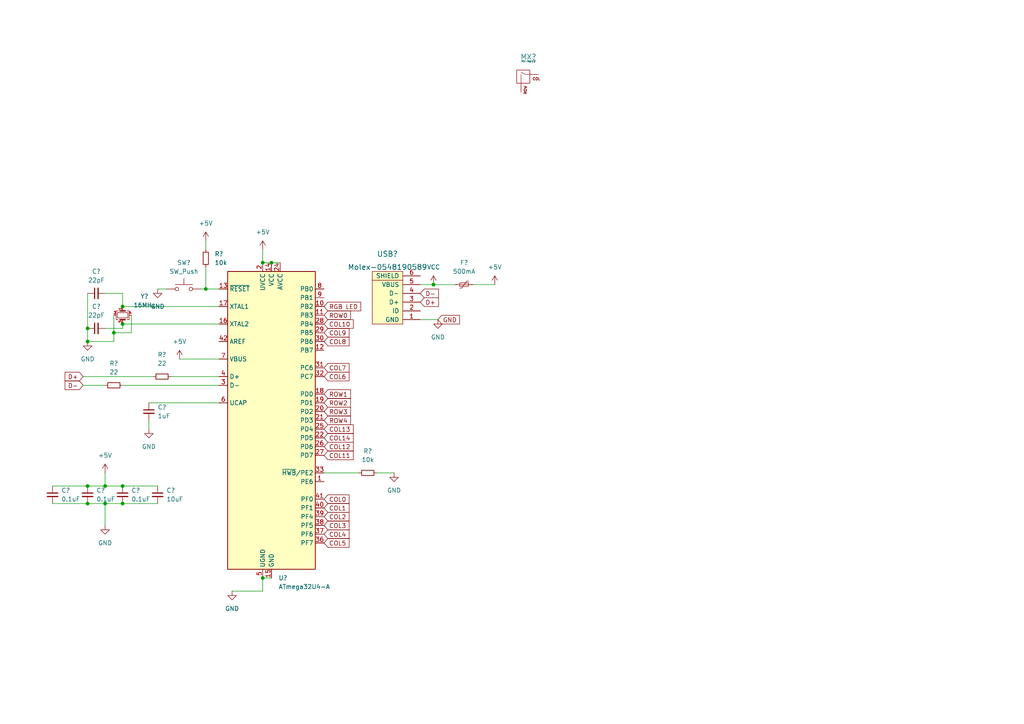
<source format=kicad_sch>
(kicad_sch (version 20211123) (generator eeschema)
  (paper "A4")
  (lib_symbols
    (symbol "Device:C_Small" (pin_numbers hide) (pin_names (offset 0.254) hide)
      (property "Reference" "C" (at 0.254 1.778 0))
      (property "Value" "C_Small" (at 0.254 -2.032 0))
      (symbol "C_Small_0_1"
        (polyline (pts (xy -1.524 -0.508) (xy 1.524 -0.508)) (stroke (width 0.3302)))
        (polyline (pts (xy -1.524 0.508) (xy 1.524 0.508)) (stroke (width 0.3048)))
      )
      (symbol "C_Small_1_1"
        (pin passive line (at 0 2.54 270) (length 2.032) (name "~") (number "1"))
        (pin passive line (at 0 -2.54 90) (length 2.032) (name "~") (number "2"))
      )
    )
    (symbol "Device:Crystal_GND24_Small" (pin_names (offset 1.016) hide)
      (property "Reference" "Y" (at 1.27 4.445 0))
      (property "Value" "Crystal_GND24_Small" (at 1.27 2.54 0))
      (symbol "Crystal_GND24_Small_0_1"
        (rectangle (start -0.762 -1.524) (end 0.762 1.524))
        (polyline (pts (xy -1.27 -0.762) (xy -1.27 0.762)) (stroke (width 0.381)))
        (polyline (pts (xy 1.27 -0.762) (xy 1.27 0.762)) (stroke (width 0.381)))
        (polyline (pts (xy -1.27 -1.27) (xy -1.27 -1.905) (xy 1.27 -1.905) (xy 1.27 -1.27)))
        (polyline (pts (xy -1.27 1.27) (xy -1.27 1.905) (xy 1.27 1.905) (xy 1.27 1.27)))
      )
      (symbol "Crystal_GND24_Small_1_1"
        (pin passive line (at -2.54 0 0) (length 1.27) (name "1") (number "1"))
        (pin passive line (at 0 -2.54 90) (length 0.635) (name "2") (number "2"))
        (pin passive line (at 2.54 0 180) (length 1.27) (name "3") (number "3"))
        (pin passive line (at 0 2.54 270) (length 0.635) (name "4") (number "4"))
      )
    )
    (symbol "Device:Polyfuse_Small" (pin_numbers hide) (pin_names (offset 0))
      (property "Reference" "F" (at -1.905 0 90))
      (property "Value" "Polyfuse_Small" (at 1.905 0 90))
      (symbol "Polyfuse_Small_0_1"
        (rectangle (start -0.508 1.27) (end 0.508 -1.27))
        (polyline (pts (xy 0 2.54) (xy 0 -2.54)))
        (polyline (pts (xy -1.016 1.27) (xy -1.016 0.762) (xy 1.016 -0.762) (xy 1.016 -1.27)))
      )
      (symbol "Polyfuse_Small_1_1"
        (pin passive line (at 0 2.54 270) (length 0.635) (name "~") (number "1"))
        (pin passive line (at 0 -2.54 90) (length 0.635) (name "~") (number "2"))
      )
    )
    (symbol "Device:R_Small" (pin_numbers hide) (pin_names (offset 0.254) hide)
      (property "Reference" "R" (at 0.762 0.508 0))
      (property "Value" "R_Small" (at 0.762 -1.016 0))
      (symbol "R_Small_0_1"
        (rectangle (start -0.762 1.778) (end 0.762 -1.778) (stroke (width 0.2032)))
      )
      (symbol "R_Small_1_1"
        (pin passive line (at 0 2.54 270) (length 0.762) (name "~") (number "1"))
        (pin passive line (at 0 -2.54 90) (length 0.762) (name "~") (number "2"))
      )
    )
    (symbol "MCU_Microchip_ATmega:ATmega32U4-A"
      (property "Reference" "U" (at -12.7 44.45 0))
      (property "Value" "ATmega32U4-A" (at 2.54 -44.45 0))
      (symbol "ATmega32U4-A_0_1"
        (rectangle (start -12.7 -43.18) (end 12.7 43.18) (stroke (width 0.254)) (fill (type background)))
      )
      (symbol "ATmega32U4-A_1_1"
        (pin bidirectional line (at 15.24 -17.78 180) (length 2.54) (name "PE6") (number "1"))
        (pin bidirectional line (at 15.24 33.02 180) (length 2.54) (name "PB2") (number "10"))
        (pin bidirectional line (at 15.24 30.48 180) (length 2.54) (name "PB3") (number "11"))
        (pin bidirectional line (at 15.24 20.32 180) (length 2.54) (name "PB7") (number "12"))
        (pin input line (at -15.24 38.1 0) (length 2.54) (name "~{RESET}") (number "13"))
        (pin power_in line (at 0 45.72 270) (length 2.54) (name "VCC") (number "14"))
        (pin power_in line (at 0 -45.72 90) (length 2.54) (name "GND") (number "15"))
        (pin output line (at -15.24 27.94 0) (length 2.54) (name "XTAL2") (number "16"))
        (pin input line (at -15.24 33.02 0) (length 2.54) (name "XTAL1") (number "17"))
        (pin bidirectional line (at 15.24 7.62 180) (length 2.54) (name "PD0") (number "18"))
        (pin bidirectional line (at 15.24 5.08 180) (length 2.54) (name "PD1") (number "19"))
        (pin power_in line (at -2.54 45.72 270) (length 2.54) (name "UVCC") (number "2"))
        (pin bidirectional line (at 15.24 2.54 180) (length 2.54) (name "PD2") (number "20"))
        (pin bidirectional line (at 15.24 0 180) (length 2.54) (name "PD3") (number "21"))
        (pin bidirectional line (at 15.24 -5.08 180) (length 2.54) (name "PD5") (number "22"))
        (pin passive line (at 0 -45.72 90) (length 2.54) hide (name "GND") (number "23"))
        (pin power_in line (at 2.54 45.72 270) (length 2.54) (name "AVCC") (number "24"))
        (pin bidirectional line (at 15.24 -2.54 180) (length 2.54) (name "PD4") (number "25"))
        (pin bidirectional line (at 15.24 -7.62 180) (length 2.54) (name "PD6") (number "26"))
        (pin bidirectional line (at 15.24 -10.16 180) (length 2.54) (name "PD7") (number "27"))
        (pin bidirectional line (at 15.24 27.94 180) (length 2.54) (name "PB4") (number "28"))
        (pin bidirectional line (at 15.24 25.4 180) (length 2.54) (name "PB5") (number "29"))
        (pin bidirectional line (at -15.24 10.16 0) (length 2.54) (name "D-") (number "3"))
        (pin bidirectional line (at 15.24 22.86 180) (length 2.54) (name "PB6") (number "30"))
        (pin bidirectional line (at 15.24 15.24 180) (length 2.54) (name "PC6") (number "31"))
        (pin bidirectional line (at 15.24 12.7 180) (length 2.54) (name "PC7") (number "32"))
        (pin bidirectional line (at 15.24 -15.24 180) (length 2.54) (name "~{HWB}/PE2") (number "33"))
        (pin passive line (at 0 45.72 270) (length 2.54) hide (name "VCC") (number "34"))
        (pin passive line (at 0 -45.72 90) (length 2.54) hide (name "GND") (number "35"))
        (pin bidirectional line (at 15.24 -35.56 180) (length 2.54) (name "PF7") (number "36"))
        (pin bidirectional line (at 15.24 -33.02 180) (length 2.54) (name "PF6") (number "37"))
        (pin bidirectional line (at 15.24 -30.48 180) (length 2.54) (name "PF5") (number "38"))
        (pin bidirectional line (at 15.24 -27.94 180) (length 2.54) (name "PF4") (number "39"))
        (pin bidirectional line (at -15.24 12.7 0) (length 2.54) (name "D+") (number "4"))
        (pin bidirectional line (at 15.24 -25.4 180) (length 2.54) (name "PF1") (number "40"))
        (pin bidirectional line (at 15.24 -22.86 180) (length 2.54) (name "PF0") (number "41"))
        (pin passive line (at -15.24 22.86 0) (length 2.54) (name "AREF") (number "42"))
        (pin passive line (at 0 -45.72 90) (length 2.54) hide (name "GND") (number "43"))
        (pin passive line (at 2.54 45.72 270) (length 2.54) hide (name "AVCC") (number "44"))
        (pin passive line (at -2.54 -45.72 90) (length 2.54) (name "UGND") (number "5"))
        (pin passive line (at -15.24 5.08 0) (length 2.54) (name "UCAP") (number "6"))
        (pin input line (at -15.24 17.78 0) (length 2.54) (name "VBUS") (number "7"))
        (pin bidirectional line (at 15.24 38.1 180) (length 2.54) (name "PB0") (number "8"))
        (pin bidirectional line (at 15.24 35.56 180) (length 2.54) (name "PB1") (number "9"))
      )
    )
    (symbol "MX_Alps_Hybrid:MX-NoLED" (pin_names (offset 1.016))
      (property "Reference" "MX" (at -0.635 3.81 0))
      (property "Value" "MX-NoLED" (at -0.635 1.27 0))
      (symbol "MX-NoLED_0_0"
        (rectangle (start -2.54 2.54) (end 1.27 -1.27))
        (polyline (pts (xy -1.27 -1.27) (xy -1.27 1.27)) (stroke (width 0.127)))
        (polyline (pts (xy 1.27 1.27) (xy 0 1.27) (xy -1.27 1.905)) (stroke (width 0.127)))
        (text "COL" (at 3.175 0 0) (effects (font (size 0.762 0.762))))
        (text "ROW" (at 0 -1.905 900) (effects (font (size 0.762 0.762)) (justify right)))
      )
      (symbol "MX-NoLED_1_1"
        (pin passive line (at 3.81 1.27 180) (length 2.54) (name "COL") (number "1"))
        (pin passive line (at -1.27 -3.81 90) (length 2.54) (name "ROW") (number "2"))
      )
    )
    (symbol "Switch:SW_Push" (pin_numbers hide) (pin_names (offset 1.016) hide)
      (property "Reference" "SW" (at 1.27 2.54 0))
      (property "Value" "SW_Push" (at 0 -1.524 0))
      (symbol "SW_Push_0_1"
        (circle (center -2.032 0) (radius 0.508))
        (polyline (pts (xy 0 1.27) (xy 0 3.048)))
        (polyline (pts (xy 2.54 1.27) (xy -2.54 1.27)))
        (circle (center 2.032 0) (radius 0.508))
        (pin passive line (at -5.08 0 0) (length 2.54) (name "1") (number "1"))
        (pin passive line (at 5.08 0 180) (length 2.54) (name "2") (number "2"))
      )
    )
    (symbol "power:+5V" (power) (pin_names (offset 0))
      (property "Value" "+5V" (at 0 3.556 0))
      (symbol "+5V_0_1"
        (polyline (pts (xy -0.762 1.27) (xy 0 2.54)))
        (polyline (pts (xy 0 0) (xy 0 2.54)))
        (polyline (pts (xy 0 2.54) (xy 0.762 1.27)))
      )
      (symbol "+5V_1_1"
        (pin power_in line (at 0 0 90) (length 0) hide (name "+5V") (number "1"))
      )
    )
    (symbol "power:GND" (power) (pin_names (offset 0))
      (property "Value" "GND" (at 0 -3.81 0))
      (symbol "GND_0_1"
        (polyline (pts (xy 0 0) (xy 0 -1.27) (xy 1.27 -1.27) (xy 0 -2.54) (xy -1.27 -1.27) (xy 0 -1.27)))
      )
      (symbol "GND_1_1"
        (pin power_in line (at 0 0 270) (length 0) hide (name "GND") (number "1"))
      )
    )
    (symbol "power:VCC" (power) (pin_names (offset 0))
      (property "Value" "VCC" (at 0 3.81 0))
      (symbol "VCC_0_1"
        (polyline (pts (xy -0.762 1.27) (xy 0 2.54)))
        (polyline (pts (xy 0 0) (xy 0 2.54)))
        (polyline (pts (xy 0 2.54) (xy 0.762 1.27)))
      )
      (symbol "VCC_1_1"
        (pin power_in line (at 0 0 90) (length 0) hide (name "VCC") (number "1"))
      )
    )
    (symbol "random-keyboard-parts:Molex-0548190589" (pin_names (offset 1.016))
      (property "Reference" "USB" (at 0 7.62 0))
      (property "Value" "Molex-0548190589" (at 0 10.16 0))
      (symbol "Molex-0548190589_0_0"
        (polyline (pts (xy 6.35 -2.54) (xy 6.35 6.35)))
        (rectangle (start 8.89 -2.54) (end -6.35 6.35) (fill (type background)))
      )
      (symbol "Molex-0548190589_1_1"
        (pin input line (at -5.08 -7.62 90) (length 5.08) (name "GND") (number "1"))
        (pin input line (at -2.54 -7.62 90) (length 5.08) (name "ID") (number "2"))
        (pin input line (at 0 -7.62 90) (length 5.08) (name "D+") (number "3"))
        (pin input line (at 2.54 -7.62 90) (length 5.08) (name "D-") (number "4"))
        (pin input line (at 5.08 -7.62 90) (length 5.08) (name "VBUS") (number "5"))
        (pin input line (at 7.62 -7.62 90) (length 5.08) (name "SHIELD") (number "6"))
      )
    )
  )
  (junction (at 76.2 167.64))
  (junction (at 125.73 82.55))
  (junction (at 59.69 83.82))
  (junction (at 33.02 96.52))
  (junction (at 30.48 146.05))
  (junction (at 25.4 140.97))
  (junction (at 30.48 140.97))
  (junction (at 35.56 140.97))
  (junction (at 35.56 93.98))
  (junction (at 78.74 76.2))
  (junction (at 35.56 88.9))
  (junction (at 25.4 99.06))
  (junction (at 76.2 76.2))
  (junction (at 35.56 146.05))
  (junction (at 25.4 95.25))
  (junction (at 25.4 146.05))
  (wire (pts (xy 76.2 167.64) (xy 78.74 167.64)))
  (wire (pts (xy 49.53 109.22) (xy 63.5 109.22)))
  (wire (pts (xy 59.69 83.82) (xy 63.5 83.82)))
  (wire (pts (xy 137.16 82.55) (xy 143.51 82.55)))
  (wire (pts (xy 78.74 76.2) (xy 81.28 76.2)))
  (wire (pts (xy 76.2 171.45) (xy 67.31 171.45)))
  (wire (pts (xy 30.48 137.16) (xy 30.48 140.97)))
  (wire (pts (xy 33.02 99.06) (xy 33.02 96.52)))
  (wire (pts (xy 30.48 95.25) (xy 35.56 95.25)))
  (wire (pts (xy 30.48 146.05) (xy 30.48 152.4)))
  (wire (pts (xy 93.98 137.16) (xy 104.14 137.16)))
  (wire (pts (xy 38.1 96.52) (xy 38.1 91.44)))
  (wire (pts (xy 35.56 88.9) (xy 35.56 85.09)))
  (wire (pts (xy 35.56 85.09) (xy 30.48 85.09)))
  (wire (pts (xy 43.18 121.92) (xy 43.18 124.46)))
  (wire (pts (xy 25.4 99.06) (xy 33.02 99.06)))
  (wire (pts (xy 35.56 88.9) (xy 63.5 88.9)))
  (wire (pts (xy 43.18 116.84) (xy 63.5 116.84)))
  (wire (pts (xy 30.48 140.97) (xy 35.56 140.97)))
  (wire (pts (xy 125.73 82.55) (xy 132.08 82.55)))
  (wire (pts (xy 109.22 137.16) (xy 114.3 137.16)))
  (wire (pts (xy 76.2 167.64) (xy 76.2 171.45)))
  (wire (pts (xy 25.4 140.97) (xy 30.48 140.97)))
  (wire (pts (xy 30.48 146.05) (xy 35.56 146.05)))
  (wire (pts (xy 76.2 72.39) (xy 76.2 76.2)))
  (wire (pts (xy 35.56 140.97) (xy 45.72 140.97)))
  (wire (pts (xy 33.02 96.52) (xy 38.1 96.52)))
  (wire (pts (xy 52.07 104.14) (xy 63.5 104.14)))
  (wire (pts (xy 24.13 111.76) (xy 30.48 111.76)))
  (wire (pts (xy 25.4 146.05) (xy 30.48 146.05)))
  (wire (pts (xy 59.69 77.47) (xy 59.69 83.82)))
  (wire (pts (xy 15.24 140.97) (xy 25.4 140.97)))
  (wire (pts (xy 121.92 92.71) (xy 127 92.71)))
  (wire (pts (xy 58.42 83.82) (xy 59.69 83.82)))
  (wire (pts (xy 45.72 83.82) (xy 48.26 83.82)))
  (wire (pts (xy 35.56 93.98) (xy 63.5 93.98)))
  (wire (pts (xy 35.56 146.05) (xy 45.72 146.05)))
  (wire (pts (xy 25.4 95.25) (xy 25.4 99.06)))
  (wire (pts (xy 35.56 111.76) (xy 63.5 111.76)))
  (wire (pts (xy 33.02 96.52) (xy 33.02 91.44)))
  (wire (pts (xy 25.4 85.09) (xy 25.4 95.25)))
  (wire (pts (xy 76.2 76.2) (xy 78.74 76.2)))
  (wire (pts (xy 24.13 109.22) (xy 44.45 109.22)))
  (wire (pts (xy 35.56 95.25) (xy 35.56 93.98)))
  (wire (pts (xy 59.69 69.85) (xy 59.69 72.39)))
  (wire (pts (xy 15.24 146.05) (xy 25.4 146.05)))
  (wire (pts (xy 121.92 82.55) (xy 125.73 82.55)))
  (global_label "COL10" (shape input) (at 93.98 93.98 0) (property "Intersheet References" "${INTERSHEET_REFS}" (effects hide)))
  (global_label "GND" (shape input) (at 127 92.71 0) (property "Intersheet References" "${INTERSHEET_REFS}" (effects hide)))
  (global_label "COL11" (shape input) (at 93.98 132.08 0) (property "Intersheet References" "${INTERSHEET_REFS}" (effects hide)))
  (global_label "COL6" (shape input) (at 93.98 109.22 0) (property "Intersheet References" "${INTERSHEET_REFS}" (effects hide)))
  (global_label "COL4" (shape input) (at 93.98 154.94 0) (property "Intersheet References" "${INTERSHEET_REFS}" (effects hide)))
  (global_label "D+" (shape input) (at 121.92 87.63 0) (property "Intersheet References" "${INTERSHEET_REFS}" (effects hide)))
  (global_label "COL14" (shape input) (at 93.98 127 0) (property "Intersheet References" "${INTERSHEET_REFS}" (effects hide)))
  (global_label "COL0" (shape input) (at 93.98 144.78 0) (property "Intersheet References" "${INTERSHEET_REFS}" (effects hide)))
  (global_label "COL2" (shape input) (at 93.98 149.86 0) (property "Intersheet References" "${INTERSHEET_REFS}" (effects hide)))
  (global_label "ROW3" (shape input) (at 93.98 119.38 0) (property "Intersheet References" "${INTERSHEET_REFS}" (effects hide)))
  (global_label "D+" (shape input) (at 24.13 109.22 180) (property "Intersheet References" "${INTERSHEET_REFS}" (effects hide)))
  (global_label "D-" (shape input) (at 24.13 111.76 180) (property "Intersheet References" "${INTERSHEET_REFS}" (effects hide)))
  (global_label "COL13" (shape input) (at 93.98 124.46 0) (property "Intersheet References" "${INTERSHEET_REFS}" (effects hide)))
  (global_label "ROW2" (shape input) (at 93.98 116.84 0) (property "Intersheet References" "${INTERSHEET_REFS}" (effects hide)))
  (global_label "COL3" (shape input) (at 93.98 152.4 0) (property "Intersheet References" "${INTERSHEET_REFS}" (effects hide)))
  (global_label "RGB LED" (shape input) (at 93.98 88.9 0) (property "Intersheet References" "${INTERSHEET_REFS}" (effects hide)))
  (global_label "D-" (shape input) (at 121.92 85.09 0) (property "Intersheet References" "${INTERSHEET_REFS}" (effects hide)))
  (global_label "COL9" (shape input) (at 93.98 96.52 0) (property "Intersheet References" "${INTERSHEET_REFS}" (effects hide)))
  (global_label "ROW1" (shape input) (at 93.98 114.3 0) (property "Intersheet References" "${INTERSHEET_REFS}" (effects hide)))
  (global_label "COL8" (shape input) (at 93.98 99.06 0) (property "Intersheet References" "${INTERSHEET_REFS}" (effects hide)))
  (global_label "ROW4" (shape input) (at 93.98 121.92 0) (property "Intersheet References" "${INTERSHEET_REFS}" (effects hide)))
  (global_label "COL7" (shape input) (at 93.98 106.68 0) (property "Intersheet References" "${INTERSHEET_REFS}" (effects hide)))
  (global_label "ROW0" (shape input) (at 93.98 91.44 0) (property "Intersheet References" "${INTERSHEET_REFS}" (effects hide)))
  (global_label "COL1" (shape input) (at 93.98 147.32 0) (property "Intersheet References" "${INTERSHEET_REFS}" (effects hide)))
  (global_label "COL5" (shape input) (at 93.98 157.48 0) (property "Intersheet References" "${INTERSHEET_REFS}" (effects hide)))
  (global_label "COL12" (shape input) (at 93.98 129.54 0) (property "Intersheet References" "${INTERSHEET_REFS}" (effects hide)))
  (symbol (lib_id "power:GND") (at 127 92.71 0) (unit 1)
    (property "Reference" "#PWR?" (effects hide))
    (property "Value" "GND" (at 127 97.79 0))
  )
  (symbol (lib_id "MX_Alps_Hybrid:MX-NoLED") (at 152.4 22.86 0) (unit 1)
    (property "Reference" "MX?" (at 153.2856 16.51 0) (effects (font (size 1.524 1.524))))
    (property "Value" "MX-NoLED" (at 153.2856 17.78 0) (effects (font (size 0.508 0.508))))
  )
  (symbol (lib_id "power:GND") (at 67.31 171.45 0) (unit 1)
    (property "Reference" "#PWR?" (effects hide))
    (property "Value" "GND" (at 67.31 176.53 0))
  )
  (symbol (lib_id "MCU_Microchip_ATmega:ATmega32U4-A") (at 78.74 121.92 0) (unit 1)
    (property "Reference" "U?" (at 80.7594 167.64 0) (effects (justify left)))
    (property "Value" "ATmega32U4-A" (at 80.7594 170.18 0) (effects (justify left)))
    (property "Footprint" "Package_QFP:TQFP-44_10x10mm_P0.8mm" (effects hide))
    (property "Datasheet" "http://ww1.microchip.com/downloads/en/DeviceDoc/Atmel-7766-8-bit-AVR-ATmega16U4-32U4_Datasheet.pdf" (effects hide))
  )
  (symbol (lib_id "power:+5V") (at 143.51 82.55 0) (unit 1)
    (property "Reference" "#PWR?" (effects hide))
    (property "Value" "+5V" (at 143.51 77.47 0))
  )
  (symbol (lib_id "Switch:SW_Push") (at 53.34 83.82 0) (unit 1)
    (property "Reference" "SW?" (at 53.34 76.2 0))
    (property "Value" "SW_Push" (at 53.34 78.74 0))
    (property "Footprint" "Schematic Library:SKQG-1155865" (effects hide))
  )
  (symbol (lib_id "power:+5V") (at 59.69 69.85 0) (unit 1)
    (property "Reference" "#PWR?" (effects hide))
    (property "Value" "+5V" (at 59.69 64.77 0))
  )
  (symbol (lib_id "power:GND") (at 114.3 137.16 0) (unit 1)
    (property "Reference" "#PWR?" (effects hide))
    (property "Value" "GND" (at 114.3 142.24 0))
  )
  (symbol (lib_id "power:+5V") (at 52.07 104.14 0) (unit 1)
    (property "Reference" "#PWR?" (effects hide))
    (property "Value" "+5V" (at 52.07 99.06 0))
  )
  (symbol (lib_id "power:VCC") (at 125.73 82.55 0) (unit 1)
    (property "Reference" "#PWR?" (effects hide))
    (property "Value" "VCC" (at 125.73 77.47 0))
  )
  (symbol (lib_id "power:GND") (at 43.18 124.46 0) (unit 1)
    (property "Reference" "#PWR?" (effects hide))
    (property "Value" "GND" (at 43.18 129.54 0))
  )
  (symbol (lib_id "Device:Polyfuse_Small") (at 134.62 82.55 90) (unit 1)
    (property "Reference" "F?" (at 134.62 76.2 90))
    (property "Value" "500mA" (at 134.62 78.74 90))
    (property "Footprint" "Fuse:Fuse_1206_3216Metric" (effects hide))
  )
  (symbol (lib_id "Device:R_Small") (at 33.02 111.76 90) (unit 1)
    (property "Reference" "R?" (at 33.02 105.41 90))
    (property "Value" "22" (at 33.02 107.95 90))
    (property "Footprint" "Resistor_SMD:R_0805_2012Metric" (effects hide))
  )
  (symbol (lib_id "Device:R_Small") (at 106.68 137.16 90) (unit 1)
    (property "Reference" "R?" (at 106.68 130.81 90))
    (property "Value" "10k" (at 106.68 133.35 90))
    (property "Footprint" "Resistor_SMD:R_0805_2012Metric" (effects hide))
  )
  (symbol (lib_id "Device:Crystal_GND24_Small") (at 35.56 91.44 270) (unit 1)
    (property "Reference" "Y?" (at 41.91 85.9788 90))
    (property "Value" "16MHz" (at 41.91 88.5188 90))
    (property "Footprint" "Crystal:Crystal_SMD_3225-4Pin_3.2x2.5mm" (effects hide))
  )
  (symbol (lib_id "Device:C_Small") (at 35.56 143.51 0) (unit 1)
    (property "Reference" "C?" (at 38.1 142.2462 0) (effects (justify left)))
    (property "Value" "0.1uF" (at 38.1 144.7862 0) (effects (justify left)))
    (property "Footprint" "Capacitor_SMD:C_0805_2012Metric" (effects hide))
  )
  (symbol (lib_id "Device:C_Small") (at 27.94 85.09 90) (unit 1)
    (property "Reference" "C?" (at 27.9463 78.74 90))
    (property "Value" "22pF" (at 27.9463 81.28 90))
    (property "Footprint" "Capacitor_SMD:C_0805_2012Metric" (effects hide))
  )
  (symbol (lib_id "Device:C_Small") (at 15.24 143.51 0) (unit 1)
    (property "Reference" "C?" (at 17.78 142.2462 0) (effects (justify left)))
    (property "Value" "0.1uF" (at 17.78 144.7862 0) (effects (justify left)))
    (property "Footprint" "Capacitor_SMD:C_0805_2012Metric" (effects hide))
  )
  (symbol (lib_id "power:+5V") (at 76.2 72.39 0) (unit 1)
    (property "Reference" "#PWR?" (effects hide))
    (property "Value" "+5V" (at 76.2 67.31 0))
  )
  (symbol (lib_id "power:+5V") (at 30.48 137.16 0) (unit 1)
    (property "Reference" "#PWR?" (effects hide))
    (property "Value" "+5V" (at 30.48 132.08 0))
  )
  (symbol (lib_id "power:GND") (at 45.72 83.82 0) (unit 1)
    (property "Reference" "#PWR?" (effects hide))
    (property "Value" "GND" (at 45.72 88.9 0))
  )
  (symbol (lib_id "Device:C_Small") (at 43.18 119.38 0) (unit 1)
    (property "Reference" "C?" (at 45.72 118.1162 0) (effects (justify left)))
    (property "Value" "1uF" (at 45.72 120.6562 0) (effects (justify left)))
    (property "Footprint" "Capacitor_SMD:C_0805_2012Metric" (effects hide))
  )
  (symbol (lib_id "Device:C_Small") (at 25.4 143.51 0) (unit 1)
    (property "Reference" "C?" (at 27.94 142.2462 0) (effects (justify left)))
    (property "Value" "0.1uF" (at 27.94 144.7862 0) (effects (justify left)))
    (property "Footprint" "Capacitor_SMD:C_0805_2012Metric" (effects hide))
  )
  (symbol (lib_id "random-keyboard-parts:Molex-0548190589") (at 114.3 87.63 90) (unit 1)
    (property "Reference" "USB?" (at 112.395 73.66 90) (effects (font (size 1.524 1.524))))
    (property "Value" "Molex-0548190589" (at 112.395 77.47 90) (effects (font (size 1.524 1.524))))
    (property "Footprint" "Schematic Library:Molex-0548190589" (effects hide))
  )
  (symbol (lib_id "Device:R_Small") (at 46.99 109.22 90) (unit 1)
    (property "Reference" "R?" (at 46.99 102.87 90))
    (property "Value" "22" (at 46.99 105.41 90))
    (property "Footprint" "Resistor_SMD:R_0805_2012Metric" (effects hide))
  )
  (symbol (lib_id "Device:R_Small") (at 59.69 74.93 0) (unit 1)
    (property "Reference" "R?" (at 62.23 73.6599 0) (effects (justify left)))
    (property "Value" "10k" (at 62.23 76.1999 0) (effects (justify left)))
    (property "Footprint" "Resistor_SMD:R_0805_2012Metric" (effects hide))
  )
  (symbol (lib_id "power:GND") (at 25.4 99.06 0) (unit 1)
    (property "Reference" "#PWR?" (effects hide))
    (property "Value" "GND" (at 25.4 104.14 0))
  )
  (symbol (lib_id "power:GND") (at 30.48 152.4 0) (unit 1)
    (property "Reference" "#PWR?" (effects hide))
    (property "Value" "GND" (at 30.48 157.48 0))
  )
  (symbol (lib_id "Device:C_Small") (at 27.94 95.25 90) (unit 1)
    (property "Reference" "C?" (at 27.9463 88.9 90))
    (property "Value" "22pF" (at 27.9463 91.44 90))
    (property "Footprint" "Capacitor_SMD:C_0805_2012Metric" (effects hide))
  )
  (symbol (lib_id "Device:C_Small") (at 45.72 143.51 0) (unit 1)
    (property "Reference" "C?" (at 48.26 142.2462 0) (effects (justify left)))
    (property "Value" "10uF" (at 48.26 144.7862 0) (effects (justify left)))
    (property "Footprint" "Capacitor_SMD:C_0805_2012Metric" (effects hide))
  )
)
</source>
